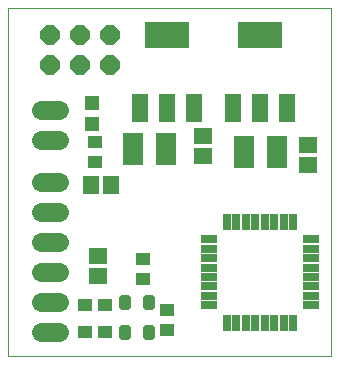
<source format=gts>
G75*
G70*
%OFA0B0*%
%FSLAX24Y24*%
%IPPOS*%
%LPD*%
%AMOC8*
5,1,8,0,0,1.08239X$1,22.5*
%
%ADD10C,0.0000*%
%ADD11R,0.0540X0.0260*%
%ADD12R,0.0260X0.0540*%
%ADD13C,0.0195*%
%ADD14R,0.0473X0.0434*%
%ADD15R,0.0631X0.0552*%
%ADD16R,0.0465X0.0453*%
%ADD17C,0.0640*%
%ADD18R,0.0520X0.0920*%
%ADD19R,0.1457X0.0906*%
%ADD20R,0.0670X0.1103*%
%ADD21R,0.0552X0.0631*%
%ADD22OC8,0.0640*%
D10*
X000180Y000547D02*
X000180Y012143D01*
X010950Y012143D01*
X010950Y000547D01*
X000180Y000547D01*
D11*
X006890Y002245D03*
X006890Y002560D03*
X006890Y002875D03*
X006890Y003190D03*
X006890Y003504D03*
X006890Y003819D03*
X006890Y004134D03*
X006890Y004449D03*
X010270Y004449D03*
X010270Y004134D03*
X010270Y003819D03*
X010270Y003504D03*
X010270Y003190D03*
X010270Y002875D03*
X010270Y002560D03*
X010270Y002245D03*
D12*
X009682Y001657D03*
X009367Y001657D03*
X009052Y001657D03*
X008737Y001657D03*
X008423Y001657D03*
X008108Y001657D03*
X007793Y001657D03*
X007478Y001657D03*
X007478Y005037D03*
X007793Y005037D03*
X008108Y005037D03*
X008423Y005037D03*
X008737Y005037D03*
X009052Y005037D03*
X009367Y005037D03*
X009682Y005037D03*
D13*
X004978Y002495D02*
X004978Y002199D01*
X004782Y002199D01*
X004782Y002495D01*
X004978Y002495D01*
X004978Y002393D02*
X004782Y002393D01*
X004178Y002495D02*
X004178Y002199D01*
X003982Y002199D01*
X003982Y002495D01*
X004178Y002495D01*
X004178Y002393D02*
X003982Y002393D01*
X004178Y001495D02*
X004178Y001199D01*
X003982Y001199D01*
X003982Y001495D01*
X004178Y001495D01*
X004178Y001393D02*
X003982Y001393D01*
X004978Y001495D02*
X004978Y001199D01*
X004782Y001199D01*
X004782Y001495D01*
X004978Y001495D01*
X004978Y001393D02*
X004782Y001393D01*
D14*
X005480Y001412D03*
X005480Y002082D03*
X004680Y003112D03*
X004680Y003782D03*
X003415Y002247D03*
X002745Y002247D03*
X002745Y001347D03*
X003415Y001347D03*
X003080Y007012D03*
X003080Y007682D03*
D15*
X003180Y003882D03*
X003180Y003212D03*
X006680Y007212D03*
X006680Y007882D03*
X010180Y007582D03*
X010180Y006912D03*
D16*
X002980Y008303D03*
X002980Y008992D03*
D17*
X001880Y008747D02*
X001280Y008747D01*
X001280Y007747D02*
X001880Y007747D01*
X001880Y006347D02*
X001280Y006347D01*
X001280Y005347D02*
X001880Y005347D01*
X001880Y004347D02*
X001280Y004347D01*
X001280Y003347D02*
X001880Y003347D01*
X001880Y002347D02*
X001280Y002347D01*
X001280Y001347D02*
X001880Y001347D01*
D18*
X004570Y008827D03*
X005480Y008827D03*
X006390Y008827D03*
X007670Y008827D03*
X008580Y008827D03*
X009490Y008827D03*
D19*
X008580Y011267D03*
X005480Y011267D03*
D20*
X005431Y007447D03*
X004329Y007447D03*
X008029Y007347D03*
X009131Y007347D03*
D21*
X003615Y006247D03*
X002945Y006247D03*
D22*
X002580Y010247D03*
X002580Y011247D03*
X001580Y011247D03*
X001580Y010247D03*
X003580Y010247D03*
X003580Y011247D03*
M02*

</source>
